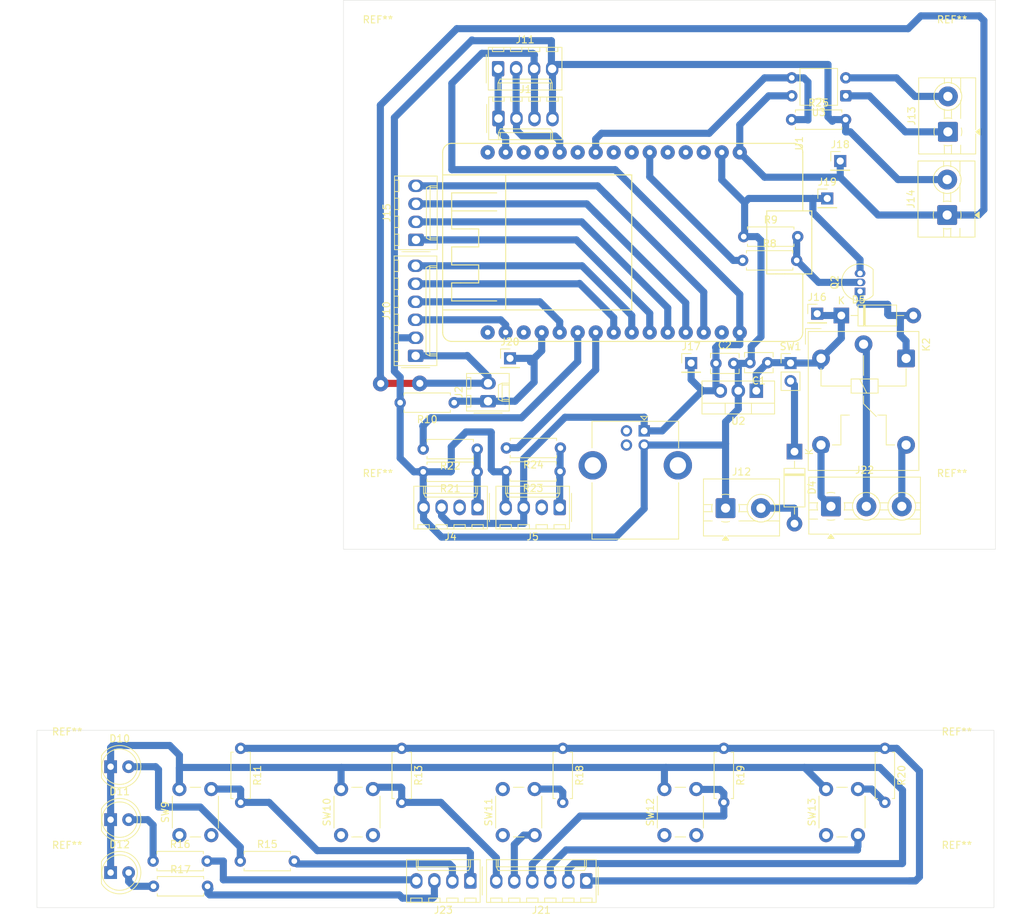
<source format=kicad_pcb>
(kicad_pcb (version 20241229) (generator "pcbnew") (generator_version "9.0")
  (layers (0 "F.Cu" signal) (2 "B.Cu" signal) (13 "F.Paste" user) (15 "B.Paste" user) (5 "F.SilkS" user "F.Silkscreen") (7 "B.SilkS" user "B.Silkscreen") (1 "F.Mask" user) (3 "B.Mask" user) (25 "Edge.Cuts" user))
  (net 0 "")
  (net 1 "GND")
  (net 2 "+12V")
  (net 3 "+5V")
  (net 4 "Net-(D4-A)")
  (net 5 "Net-(D4-K)")
  (net 6 "Net-(D5-A)")
  (net 7 "Net-(D10-A)")
  (net 8 "Net-(D11-A)")
  (net 9 "Net-(D12-A)")
  (net 10 "SDA")
  (net 11 "SCL")
  (net 12 "+3.3V")
  (net 13 "LDR")
  (net 14 "GAS1_OUTA")
  (net 16 "GAS2_OUTA")
  (net 17 "Net-(J4-Pin_1)")
  (net 22 "BOTON_4")
  (net 23 "LED_2")
  (net 24 "BOTON_2")
  (net 25 "LED_3")
  (net 26 "BOTON_1")
  (net 27 "BOTON_5")
  (net 28 "BOTON_3")
  (net 29 "LED_1")
  (net 30 "NC_1")
  (net 31 "NO_1")
  (net 32 "C_1")
  (net 33 "Net-(Q2-B)")
  (net 34 "RELE_1")
  (net 44 "Net-(J5-Pin_1)")
  (net 48 "Net-(J13-Pin_2)")
  (net 49 "Net-(J13-Pin_1)")
  (net 50 "OPTO")
  (footprint "Package_TO_SOT_THT:TO-220-3_Vertical" (layer "F.Cu") (at 138.3767 111.1504 180)
    (property "Reference" "U2")
    (property "Value" "LM7805_TO220")
  )
  (footprint "Resistor_THT:R_Axial_DIN0207_L6.3mm_D2.5mm_P7.62mm_Horizontal" (layer "F.Cu") (at 156.5148 161.5948 -90)
    (property "Reference" "R20")
    (property "Value" "10k")
  )
  (footprint "MountingHole:MountingHole_3.2mm_M3" (layer "F.Cu") (at 85 63)
    (property "Reference" "REF**")
    (property "Value" "MountingHole_3.2mm_M3")
  )
  (footprint "Connector_PinHeader_2.54mm:PinHeader_1x01_P2.54mm_Vertical" (layer "F.Cu") (at 129.1844 107.2388)
    (property "Reference" "J17")
    (property "Value" "5v")
  )
  (footprint "Connector_Molex:Molex_KK-254_AE-6410-06A_1x06_P2.54mm_Vertical" (layer "F.Cu") (at 114.4016 180.2892 180)
    (property "Reference" "J21")
    (property "Value" "Conn_01x06_Pin")
  )
  (footprint "Package_DIP:DIP-4_W7.62mm" (layer "F.Cu") (at 150.998 69.5502 180)
    (property "Reference" "U3")
    (property "Value" "PC817")
  )
  (footprint "LED_THT:LED_D5.0mm" (layer "F.Cu") (at 47.2948 179.1232)
    (property "Reference" "D12")
    (property "Value" "LED")
  )
  (footprint "Resistor_THT:R_Axial_DIN0207_L6.3mm_D2.5mm_P7.62mm_Horizontal" (layer "F.Cu") (at 65.6336 161.5948 -90)
    (property "Reference" "R11")
    (property "Value" "10k")
  )
  (footprint "Connector_Molex:Molex_KK-254_AE-6410-04A_1x04_P2.54mm_Vertical" (layer "F.Cu") (at 110.6424 127.6096 180)
    (property "Reference" "J5")
    (property "Value" "S_GAS2")
  )
  (footprint "Resistor_THT:R_Axial_DIN0207_L6.3mm_D2.5mm_P7.62mm_Horizontal" (layer "F.Cu") (at 99.0092 122.5804 180)
    (property "Reference" "R21")
    (property "Value" "18k")
  )
  (footprint "Resistor_THT:R_Axial_DIN0207_L6.3mm_D2.5mm_P7.62mm_Horizontal" (layer "F.Cu") (at 88.3539 161.5948 -90)
    (property "Reference" "R13")
    (property "Value" "10k")
  )
  (footprint "MountingHole:MountingHole_3.2mm_M3" (layer "F.Cu") (at 166.6708 179.4564)
    (property "Reference" "REF**")
    (property "Value" "MountingHole_3.2mm_M3")
  )
  (footprint "MountingHole:MountingHole_3.2mm_M3" (layer "F.Cu") (at 166 127)
    (property "Reference" "REF**")
    (property "Value" "MountingHole_3.2mm_M3")
  )
  (footprint "Connector_Molex:Molex_KK-254_AE-6410-04A_1x04_P2.54mm_Vertical" (layer "F.Cu") (at 90.3732 89.8652 90)
    (property "Reference" "J15")
    (property "Value" "Conn_01x04_Pin")
  )
  (footprint "MountingHole:MountingHole_3.2mm_M3" (layer "F.Cu") (at 85 127)
    (property "Reference" "REF**")
    (property "Value" "MountingHole_3.2mm_M3")
  )
  (footprint "Capacitor_THT:C_Disc_D3.8mm_W2.6mm_P2.50mm" (layer "F.Cu") (at 139.9823 107.188 180)
    (property "Reference" "C1")
    (property "Value" "0.33uF")
  )
  (footprint "Resistor_THT:R_Axial_DIN0207_L6.3mm_D2.5mm_P7.62mm_Horizontal" (layer "F.Cu") (at 65.5828 177.4952)
    (property "Reference" "R15")
    (property "Value" "120")
  )
  (footprint "LED_THT:LED_D5.0mm" (layer "F.Cu") (at 47.2948 164.1832)
    (property "Reference" "D10")
    (property "Value" "LED")
  )
  (footprint "Resistor_THT:R_Axial_DIN0207_L6.3mm_D2.5mm_P7.62mm_Horizontal" (layer "F.Cu") (at 95.758 112.8268 180)
    (property "Reference" "R10")
    (property "Value" "10k")
  )
  (footprint "DOIT_ESP32:DOIT_ESP32_Devkit_mirko" (layer "F.Cu") (at 144.9324 76.2508 -90)
    (property "Reference" "U1")
    (property "Value" "ESP32-Devkit-V1")
  )
  (footprint "Connector_PinHeader_2.54mm:PinHeader_1x02_P2.54mm_Vertical" (layer "F.Cu") (at 143.2052 107.2388)
    (property "Reference" "SW1")
    (property "Value" "SW_DPDT_x2")
  )
  (footprint "Resistor_THT:R_Axial_DIN0207_L6.3mm_D2.5mm_P7.62mm_Horizontal" (layer "F.Cu") (at 111.0742 161.5948 -90)
    (property "Reference" "R18")
    (property "Value" "10k")
  )
  (footprint "Connector_Molex:Molex_KK-254_AE-6410-04A_1x04_P2.54mm_Vertical" (layer "F.Cu") (at 101.9556 65.7352)
    (property "Reference" "J11")
    (property "Value" "PANTALLA")
  )
  (footprint "Capacitor_THT:C_Disc_D3.8mm_W2.6mm_P2.50mm" (layer "F.Cu") (at 132.6871 107.2896)
    (property "Reference" "C2")
    (property "Value" "0.1uF")
  )
  (footprint "Resistor_THT:R_Axial_DIN0207_L6.3mm_D2.5mm_P7.62mm_Horizontal" (layer "F.Cu") (at 53.2892 177.4952)
    (property "Reference" "R16")
    (property "Value" "120")
  )
  (footprint "Resistor_THT:R_Axial_DIN0207_L6.3mm_D2.5mm_P7.62mm_Horizontal" (layer "F.Cu") (at 110.6932 122.5296 180)
    (property "Reference" "R23")
    (property "Value" "18k")
  )
  (footprint "Resistor_THT:R_Axial_DIN0207_L6.3mm_D2.5mm_P7.62mm_Horizontal" (layer "F.Cu") (at 110.744 119.2276 180)
    (property "Reference" "R24")
    (property "Value" "10k" (hide yes))
  )
  (footprint "Button_Switch_THT:SW_PUSH_6mm" (layer "F.Cu") (at 102.6086 173.8364 90)
    (property "Reference" "SW11")
    (property "Value" "SW_Push")
  )
  (footprint "Connector_PinHeader_2.54mm:PinHeader_1x01_P2.54mm_Vertical" (layer "F.Cu") (at 148.3868 84.0232)
    (property "Reference" "J19")
    (property "Value" "GND")
  )
  (footprint "Connector_PinHeader_2.54mm:PinHeader_1x01_P2.54mm_Vertical" (layer "F.Cu") (at 103.632 106.5784)
    (property "Reference" "J20")
    (property "Value" "LDR")
  )
  (footprint "Package_TO_SOT_THT:TO-92_Inline" (layer "F.Cu") (at 153.0096 97.1296 90)
    (property "Reference" "Q2")
    (property "Value" "BC337")
  )
  (footprint "MountingHole:MountingHole_3.2mm_M3" (layer "F.Cu") (at 166.6708 163.4564)
    (property "Reference" "REF**")
    (property "Value" "MountingHole_3.2mm_M3")
  )
  (footprint "MountingHole:MountingHole_3.2mm_M3" (layer "F.Cu") (at 41.1708 163.4564)
    (property "Reference" "REF**")
    (property "Value" "MountingHole_3.2mm_M3")
  )
  (footprint "Button_Switch_THT:SW_PUSH_6mm" (layer "F.Cu") (at 125.4141 173.8364 90)
    (property "Reference" "SW12")
    (property "Value" "SW_Push")
  )
  (footprint "Connector_Molex:Molex_KK-254_AE-6410-04A_1x04_P2.54mm_Vertical" (layer "F.Cu") (at 102.0064 72.7456)
    (property "Reference" "J1")
    (property "Value" "S_TEMPERATURA")
  )
  (footprint "Relay_THT:Relay_SPDT_Hongfa_HF3F-L-xx-1ZL1T" (layer "F.Cu") (at 159.5068 106.5871 -90)
    (property "Reference" "K2")
    (property "Value" "Relay_SPDT")
  )
  (footprint "TerminalBlock:TerminalBlock_MaiXu_MX126-5.0-02P_1x02_P5.00mm" (layer "F.Cu") (at 165.4048 74.6252 90)
    (property "Reference" "J13")
    (property "Value" "OPTO")
  )
  (footprint "Resistor_THT:R_Axial_DIN0207_L6.3mm_D2.5mm_P7.62mm_Horizontal" (layer "F.Cu") (at 136.6012 89.408)
    (property "Reference" "R9")
    (property "Value" "47k")
  )
  (footprint "Diode_THT:D_DO-41_SOD81_P10.16mm_Horizontal" (layer "F.Cu") (at 150.368 100.5332)
    (property "Reference" "D5")
    (property "Value" "1N4007")
  )
  (footprint "Connector_Molex:Molex_KK-254_AE-6410-04A_1x04_P2.54mm_Vertical" (layer "F.Cu") (at 98.044 180.2892 180)
    (property "Reference" "J23")
    (property "Value" "Conn_01x04_Pin")
  )
  (footprint "Connector_PinHeader_2.54mm:PinHeader_1x01_P2.54mm_Vertical" (layer "F.Cu") (at 150.2156 78.74)
    (property "Reference" "J18")
    (property "Value" "3.3v")
  )
  (footprint "Button_Switch_THT:SW_PUSH_6mm" (layer "F.Cu") (at 79.8031 173.8364 90)
    (property "Reference" "SW10")
    (property "Value" "SW_Push")
  )
  (footprint "Button_Switch_THT:SW_PUSH_6mm" (layer "F.Cu") (at 56.9976 173.8364 90)
    (property "Reference" "SW9")
    (property "Value" "SW_Push")
  )
  (footprint "Resistor_THT:R_Axial_DIN0207_L6.3mm_D2.5mm_P7.62mm_Horizontal" (layer "F.Cu") (at 133.7945 161.5948 -90)
    (property "Reference" "R19")
    (property "Value" "10k")
  )
  (footprint "Button_Switch_THT:SW_PUSH_6mm" (layer "F.Cu") (at 148.2196 173.8364 90)
    (property "Reference" "SW13")
    (property "Value" "SW_Push")
  )
  (footprint "TerminalBlock:TerminalBlock_MaiXu_MX126-5.0-02P_1x02_P5.00mm" (layer "F.Cu") (at 165.3032 86.36 90)
    (property "Reference" "J14")
    (property "Value" "SALIDA_3.3v")
  )
  (footprint "Connector_PinHeader_2.54mm:PinHeader_1x01_P2.54mm_Vertical" (layer "F.Cu") (at 146.9644 100.2792)
    (property "Reference" "J16")
    (property "Value" "12v")
  )
  (footprint "MountingHole:MountingHole_3.2mm_M3" (layer "F.Cu") (at 41.1708 179.4564)
    (property "Reference" "REF**")
    (property "Value" "MountingHole_3.2mm_M3")
  )
  (footprint "Resistor_THT:R_Axial_DIN0207_L6.3mm_D2.5mm_P7.62mm_Horizontal" (layer "F.Cu") (at 99.0092 119.38 180)
    (property "Reference" "R22")
    (property "Value" "10k")
  )
  (footprint "TerminalBlock:TerminalBlock_MaiXu_MX126-5.0-02P_1x02_P5.00mm" (layer "F.Cu") (at 134.0396 127.7112)
    (property "Reference" "J12")
    (property "Value" "ENTRADA")
  )
  (footprint "Resistor_THT:R_Axial_DIN0207_L6.3mm_D2.5mm_P7.62mm_Horizontal" (layer "F.Cu") (at 136.4488 92.7608)
    (property "Reference" "R8")
    (property "Value" "1,2K")
  )
  (footprint "MountingHole:MountingHole_3.2mm_M3" (layer "F.Cu") (at 166 63)
    (property "Reference" "REF**")
    (property "Value" "MountingHole_3.2mm_M3")
  )
  (footprint "Resistor_THT:R_Axial_DIN0207_L6.3mm_D2.5mm_P7.62mm_Horizontal" (layer "F.Cu") (at 53.34 181.0512)
    (property "Reference" "R17")
    (property "Value" "120")
  )
  (footprint "Diode_THT:D_DO-41_SOD81_P10.16mm_Horizontal" (layer "F.Cu") (at 143.764 119.7356 -90)
    (property "Reference" "D4")
    (property "Value" "1N4007")
  )
  (footprint "LED_THT:LED_D5.0mm" (layer "F.Cu") (at 47.2948 171.6532)
    (property "Reference" "D11")
    (property "Value" "LED")
  )
  (footprint "Connector_Molex:Molex_KK-254_AE-6410-06A_1x06_P2.54mm_Vertical" (layer "F.Cu") (at 90.3224 106.2228 90)
    (property "Reference" "J10")
    (property "Value" "Conn_01x06_Pin")
  )
  (footprint "Resistor_THT:R_Axial_DIN0207_L6.3mm_D2.5mm_P7.62mm_Horizontal" (layer "F.Cu") (at 143.3526 72.903)
    (property "Reference" "R25")
    (property "Value" "10k")
  )
  (footprint "Connector_Molex:Molex_KK-254_AE-6410-04A_1x04_P2.54mm_Vertical" (layer "F.Cu") (at 99.06 127.6096 180)
    (property "Reference" "J4")
    (property "Value" "S_GAS1")
  )
  (footprint "Connector_Molex:Molex_KK-254_AE-6410-02A_1x02_P2.54mm_Vertical" (layer "F.Cu") (at 100.5332 112.6236 90)
    (property "Reference" "J2")
    (property "Value" "LDR")
  )
  (footprint "TerminalBlock:TerminalBlock_MaiXu_MX126-5.0-03P_1x03_P5.00mm" (layer "F.Cu") (at 148.9024 127.4572)
    (property "Reference" "J22")
    (property "Value" "SALIDA_RELE_1")
  )
  (footprint "Connector_USB:USB_B_Lumberg_2411_02_Horizontal" (layer "F.Cu") (at 122.5604 116.8089 -90)
    (property "Reference" "J6" (hide yes))
    (property "Value" "USB_B")
  )
  (gr_rect (start 36.9028 159.0536) (end 171.9028 184.0536) (stroke (width 0.05)) (fill no) (layer "Edge.Cuts"))
  (gr_rect (start 80.142 56.0528) (end 172.1156 133.4976) (stroke (width 0.05)) (fill no) (layer "Edge.Cuts"))
  (segment (start 125.6284 164.2872) (end 145.1704 164.2872) (width 1) (layer "B.Cu") (net 1))
  (segment (start 87.3252 103.6828) (end 87.3252 108.4072) (width 1) (layer "B.Cu") (net 1))
  (segment (start 47.2948 161.4932) (end 47.5996 161.1884) (width 1) (layer "B.Cu") (net 1))
  (segment (start 137.3124 84.0232) (end 136.7282 84.6074) (width 1) (layer "B.Cu") (net 1))
  (segment (start 47.2948 179.1232) (end 47.2948 164.1832) (width 1) (layer "B.Cu") (net 1))
  (segment (start 139.0396 89.9668) (end 139.0396 103.5304) (width 1) (layer "B.Cu") (net 1))
  (segment (start 103.0224 127.6096) (end 103.0224 122.5804) (width 1) (layer "B.Cu") (net 1))
  (segment (start 91.3892 122.5804) (end 91.3892 127.5588) (width 1) (layer "B.Cu") (net 1))
  (segment (start 136.6012 89.408) (end 138.4808 89.408) (width 1) (layer "B.Cu") (net 1))
  (segment (start 56.9976 167.3364) (end 56.9976 164.338) (width 1) (layer "B.Cu") (net 1))
  (segment (start 133.5024 102.9208) (end 133.7056 102.7176) (width 1) (layer "B.Cu") (net 1))
  (segment (start 91.3892 122.5804) (end 90.7088 122.5804) (width 1) (layer "B.Cu") (net 1))
  (segment (start 79.8031 164.3417) (end 79.8576 164.2872) (width 1) (layer "B.Cu") (net 1))
  (segment (start 135.8367 107.9392) (end 135.1871 107.2896) (width 1) (layer "B.Cu") (net 1))
  (segment (start 159.004 167.4876) (end 159.004 177.8) (width 1) (layer "B.Cu") (net 1))
  (segment (start 133.8487 118.8089) (end 134.0396 118.618) (width 1) (layer "B.Cu") (net 1))
  (segment (start 158.9532 177.8508) (end 112.6236 177.8508) (width 1) (layer "B.Cu") (net 1))
  (segment (start 135.8367 113.7412) (end 135.8367 111.1504) (width 1) (layer "B.Cu") (net 1))
  (segment (start 95.3516 119.0444) (end 97.4344 116.9616) (width 1) (layer "B.Cu") (net 1))
  (segment (start 79.8576 164.2872) (end 125.6284 164.2872) (width 1) (layer "B.Cu") (net 1))
  (segment (start 155.8036 164.2872) (end 159.004 167.4876) (width 1) (layer "B.Cu") (net 1))
  (segment (start 135.1871 107.2896) (end 137.3807 107.2896) (width 1) (layer "B.Cu") (net 1))
  (segment (start 133.5024 81.3816) (end 136.7282 84.6074) (width 1) (layer "B.Cu") (net 1))
  (segment (start 79.8031 167.3364) (end 79.8031 164.3417) (width 1) (layer "B.Cu") (net 1))
  (segment (start 112.6236 177.8508) (end 111.8616 178.6128) (width 1) (layer "B.Cu") (net 1))
  (segment (start 150.9726 74.595601) (end 151.003 74.626001) (width 1) (layer "B.Cu") (net 1))
  (segment (start 145.1704 164.2872) (end 148.2196 167.3364) (width 1) (layer "B.Cu") (net 1))
  (segment (start 151.638801 74.626001) (end 158.3728 81.36) (width 1) (layer "B.Cu") (net 1))
  (segment (start 151.003 74.626001) (end 151.638801 74.626001) (width 1) (layer "B.Cu") (net 1))
  (segment (start 145.1704 164.2872) (end 155.8036 164.2872) (width 1) (layer "B.Cu") (net 1))
  (segment (start 91.3892 122.5804) (end 95.27 122.5804) (width 1) (layer "B.Cu") (net 1))
  (segment (start 137.668 104.902) (end 137.668 107.0023) (width 1) (layer "B.Cu") (net 1))
  (segment (start 153.0096 93.3704) (end 153.0096 92.6592) (width 1) (layer "B.Cu") (net 1))
  (segment (start 135.8367 113.7412) (end 134.0396 115.5383) (width 1) (layer "B.Cu") (net 1))
  (segment (start 55.626 161.1884) (end 56.9976 162.56) (width 1) (layer "B.Cu") (net 1))
  (segment (start 148.4884 65.1256) (end 110.1852 65.1256) (width 1) (layer "B.Cu") (net 1))
  (segment (start 100.9904 117.0124) (end 100.9904 122.2448) (width 1) (layer "B.Cu") (net 1))
  (segment (start 134.0396 115.5383) (end 134.0396 118.618) (width 1) (layer "B.Cu") (net 1))
  (segment (start 149.3216 72.903) (end 149.098 73.1266) (width 1) (layer "B.Cu") (net 1))
  (segment (start 100.9904 122.2448) (end 101.326 122.5804) (width 1) (layer "B.Cu") (net 1))
  (segment (start 98.3742 61.7728) (end 98.2726 61.6712) (width 1) (layer "B.Cu") (net 1))
  (segment (start 159.004 177.8) (end 158.9532 177.8508) (width 1) (layer "B.Cu") (net 1))
  (segment (start 109.6264 72.7456) (end 109.6264 65.786) (width 1) (layer "B.Cu") (net 1))
  (segment (start 109.474 65.6336) (end 109.474 61.7728) (width 1) (layer "B.Cu") (net 1))
  (segment (start 136.7282 84.6074) (end 136.7282 89.281) (width 1) (layer "B.Cu") (net 1))
  (segment (start 93.9806 131.7952) (end 118.5472 131.7952) (width 1) (layer "B.Cu") (net 1))
  (segment (start 158.3728 81.36) (end 165.3032 81.36) (width 1) (layer "B.Cu") (net 1))
  (segment (start 146.3548 84.0232) (end 137.3124 84.0232) (width 1) (layer "B.Cu") (net 1))
  (segment (start 95.27 122.5804) (end 95.3516 122.4988) (width 1) (layer "B.Cu") (net 1))
  (segment (start 98.2726 61.6712) (end 87.3252 72.6186) (width 1) (layer "B.Cu") (net 1))
  (segment (start 118.5472 131.7952) (end 122.5604 127.782) (width 1) (layer "B.Cu") (net 1))
  (segment (start 139.0396 103.5304) (end 137.668 104.902) (width 1) (layer "B.Cu") (net 1))
  (segment (start 137.3807 107.2896) (end 137.4823 107.188) (width 1) (layer "B.Cu") (net 1))
  (segment (start 150.9726 72.903) (end 150.9726 74.595601) (width 1) (layer "B.Cu") (net 1))
  (segment (start 100.9396 116.9616) (end 100.9904 117.0124) (width 1) (layer "B.Cu") (net 1))
  (segment (start 122.5604 127.782) (end 122.5604 118.8089) (width 1) (layer "B.Cu") (net 1))
  (segment (start 91.44 129.2546) (end 93.9806 131.7952) (width 1) (layer "B.Cu") (net 1))
  (segment (start 88.138 109.22) (end 88.138 112.8268) (width 1) (layer "B.Cu") (net 1))
  (segment (start 97.4344 116.9616) (end 100.9396 116.9616) (width 1) (layer "B.Cu") (net 1))
  (segment (start 47.5996 161.1884) (end 55.626 161.1884) (width 1) (layer "B.Cu") (net 1))
  (segment (start 136.7282 89.281) (end 136.6012 89.408) (width 1) (layer "B.Cu") (net 1))
  (segment (start 109.474 61.7728) (end 98.3742 61.7728) (width 1) (layer "B.Cu") (net 1))
  (segment (start 56.9976 164.338) (end 57.0484 164.2872) (width 1) (layer "B.Cu") (net 1))
  (segment (start 150.9726 72.903) (end 149.3216 72.903) (width 1) (layer "B.Cu") (net 1))
  (segment (start 125.4141 164.5015) (end 125.6284 164.2872) (width 1) (layer "B.Cu") (net 1))
  (segment (start 122.5604 118.8089) (end 133.8487 118.8089) (width 1) (layer "B.Cu") (net 1))
  (segment (start 87.3252 108.4072) (end 88.138 109.22) (width 1) (layer "B.Cu") (net 1))
  (segment (start 90.3224 103.6828) (end 87.3252 103.6828) (width 1) (layer "B.Cu") (net 1))
  (segment (start 110.1852 65.1256) (end 109.5756 65.7352) (width 1) (layer "B.Cu") (net 1))
  (segment (start 153.0096 92.6592) (end 146.3548 86.0044) (width 1) (layer "B.Cu") (net 1))
  (segment (start 88.138 120.65) (end 88.5571 121.0691) (width 1) (layer "B.Cu") (net 1))
  (segment (start 149.098 73.1266) (end 148.4884 72.517) (width 1) (layer "B.Cu") (net 1))
  (segment (start 109.5756 65.7352) (end 109.474 65.6336) (width 1) (layer "B.Cu") (net 1))
  (segment (start 91.44 127.6096) (end 91.44 129.2546) (width 1) (layer "B.Cu") (net 1))
  (segment (start 133.5024 77.5208) (end 133.5024 81.3816) (width 1) (layer "B.Cu") (net 1))
  (segment (start 95.3516 122.4988) (end 95.3516 119.0444) (width 1) (layer "B.Cu") (net 1))
  (segment (start 148.4884 72.517) (end 148.4884 65.1256) (width 1) (layer "B.Cu") (net 1))
  (segment (start 137.668 107.0023) (end 137.4823 107.188) (width 1) (layer "B.Cu") (net 1))
  (segment (start 56.9976 162.56) (end 56.9976 167.3364) (width 1) (layer "B.Cu") (net 1))
  (segment (start 146.3548 86.0044) (end 146.3548 84.0232) (width 1) (layer "B.Cu") (net 1))
  (segment (start 87.3252 72.6186) (end 87.3252 103.6828) (width 1) (layer "B.Cu") (net 1))
  (segment (start 90.0684 122.5804) (end 91.3892 122.5804) (width 1) (layer "B.Cu") (net 1))
  (segment (start 134.0396 118.618) (end 134.0396 127.7112) (width 1) (layer "B.Cu") (net 1))
  (segment (start 109.6264 65.786) (end 109.5756 65.7352) (width 1) (layer "B.Cu") (net 1))
  (segment (start 103.0224 122.5804) (end 103.0732 122.5296) (width 1) (layer "B.Cu") (net 1))
  (segment (start 153.0096 94.5896) (end 153.0096 93.3704) (width 1) (layer "B.Cu") (net 1))
  (segment (start 125.4141 167.3364) (end 125.4141 164.5015) (width 1) (layer "B.Cu") (net 1))
  (segment (start 47.2948 164.1832) (end 47.2948 161.4932) (width 1) (layer "B.Cu") (net 1))
  (segment (start 138.4808 89.408) (end 139.0396 89.9668) (width 1) (layer "B.Cu") (net 1))
  (segment (start 135.8367 111.1504) (end 135.8367 107.9392) (width 1) (layer "B.Cu") (net 1))
  (segment (start 101.326 122.5804) (end 103.0224 122.5804) (width 1) (layer "B.Cu") (net 1))
  (segment (start 148.3868 84.0232) (end 146.3548 84.0232) (width 1) (layer "B.Cu") (net 1))
  (segment (start 111.8616 178.6128) (end 111.8616 180.2892) (width 1) (layer "B.Cu") (net 1))
  (segment (start 91.3892 127.5588) (end 91.44 127.6096) (width 1) (layer "B.Cu") (net 1))
  (segment (start 88.138 112.8268) (end 88.138 120.65) (width 1) (layer "B.Cu") (net 1))
  (segment (start 57.0484 164.2872) (end 79.8576 164.2872) (width 1) (layer "B.Cu") (net 1))
  (segment (start 88.5571 121.0691) (end 90.0684 122.5804) (width 1) (layer "B.Cu") (net 1))
  (segment (start 146.8551 107.2388) (end 147.5068 106.5871) (width 1) (layer "B.Cu") (net 2))
  (segment (start 138.3767 111.1504) (end 138.3767 108.7936) (width 1) (layer "B.Cu") (net 2))
  (segment (start 147.5068 107.6924) (end 147.5068 106.5871) (width 1) (layer "B.Cu") (net 2))
  (segment (start 150.368 100.5332) (end 147.2184 100.5332) (width 1) (layer "B.Cu") (net 2))
  (segment (start 138.3767 108.7936) (end 139.9823 107.188) (width 1) (layer "B.Cu") (net 2))
  (segment (start 150.368 103.7259) (end 147.5068 106.5871) (width 1) (layer "B.Cu") (net 2))
  (segment (start 143.1544 107.188) (end 143.2052 107.2388) (width 1) (layer "B.Cu") (net 2))
  (segment (start 143.2052 107.2388) (end 146.8551 107.2388) (width 1) (layer "B.Cu") (net 2))
  (segment (start 139.9823 107.188) (end 143.1544 107.188) (width 1) (layer "B.Cu") (net 2))
  (segment (start 147.2184 100.5332) (end 146.9644 100.2792) (width 1) (layer "B.Cu") (net 2))
  (segment (start 150.368 100.5332) (end 150.368 103.7259) (width 1) (layer "B.Cu") (net 2))
  (segment (start 107.0864 63.7794) (end 106.8578 63.5508) (width 1) (layer "B.Cu") (net 3))
  (segment (start 118.4656 79.9592) (end 136.0424 97.536) (width 1) (layer "B.Cu") (net 3))
  (segment (start 107.0864 65.786) (end 107.0356 65.7352) (width 1) (layer "B.Cu") (net 3))
  (segment (start 132.6871 105.1027) (end 132.6871 107.2896) (width 1) (layer "B.Cu") (net 3))
  (segment (start 122.5604 114.8896) (end 122.4896 114.9604) (width 1) (layer "B.Cu") (net 3))
  (segment (start 136.0424 97.536) (end 136.0424 102.9208) (width 1) (layer "B.Cu") (net 3))
  (segment (start 130.7592 111.1504) (end 129.1844 109.5756) (width 1) (layer "B.Cu") (net 3))
  (segment (start 132.6871 110.5408) (end 133.2967 111.1504) (width 1) (layer "B.Cu") (net 3))
  (segment (start 95.4278 79.9592) (end 118.4656 79.9592) (width 1) (layer "B.Cu") (net 3))
  (segment (start 107.0356 65.7352) (end 107.0356 63.8302) (width 1) (layer "B.Cu") (net 3))
  (segment (start 107.0356 63.8302) (end 107.0864 63.7794) (width 1) (layer "B.Cu") (net 3))
  (segment (start 99.6696 63.5508) (end 95.4278 67.7926) (width 1) (layer "B.Cu") (net 3))
  (segment (start 105.5624 129.8648) (end 105.5624 127.6096) (width 1) (layer "B.Cu") (net 3))
  (segment (start 125.1007 116.8089) (end 122.5604 116.8089) (width 1) (layer "B.Cu") (net 3))
  (segment (start 133.2967 111.1504) (end 130.7592 111.1504) (width 1) (layer "B.Cu") (net 3))
  (segment (start 105.5624 127.6096) (end 105.5624 120.7208) (width 1) (layer "B.Cu") (net 3))
  (segment (start 130.7592 111.1504) (end 125.1007 116.8089) (width 1) (layer "B.Cu") (net 3))
  (segment (start 133.0452 104.648) (end 132.6388 105.0544) (width 1) (layer "B.Cu") (net 3))
  (segment (start 95.4278 67.7926) (end 95.4278 79.9592) (width 1) (layer "B.Cu") (net 3))
  (segment (start 122.5604 116.8089) (end 122.5604 114.8896) (width 1) (layer "B.Cu") (net 3))
  (segment (start 136.0424 102.9208) (end 136.0932 102.9716) (width 1) (layer "B.Cu") (net 3))
  (segment (start 107.0864 72.7456) (end 107.0864 65.786) (width 1) (layer "B.Cu") (net 3))
  (segment (start 129.1844 109.5756) (end 129.1844 107.2388) (width 1) (layer "B.Cu") (net 3))
  (segment (start 93.98 128.798) (end 95.0468 129.8648) (width 1) (layer "B.Cu") (net 3))
  (segment (start 93.98 127.6096) (end 93.98 128.798) (width 1) (layer "B.Cu") (net 3))
  (segment (start 132.6871 107.2896) (end 132.6871 110.5408) (width 1) (layer "B.Cu") (net 3))
  (segment (start 106.8578 63.5508) (end 99.6696 63.5508) (width 1) (layer "B.Cu") (net 3))
  (segment (start 136.0424 104.648) (end 133.0452 104.648) (width 1) (layer "B.Cu") (net 3))
  (segment (start 105.5624 120.7208) (end 111.3936 114.8896) (width 1) (layer "B.Cu") (net 3))
  (segment (start 132.6388 105.0544) (end 132.6871 105.1027) (width 1) (layer "B.Cu") (net 3))
  (segment (start 111.3936 114.8896) (end 122.5604 114.8896) (width 1) (layer "B.Cu") (net 3))
  (segment (start 95.0468 129.8648) (end 105.5624 129.8648) (width 1) (layer "B.Cu") (net 3))
  (segment (start 136.0424 102.9208) (end 136.0424 104.648) (width 1) (layer "B.Cu") (net 3))
  (segment (start 139.0396 127.7112) (end 143.7132 127.7112) (width 1) (layer "B.Cu") (net 4))
  (segment (start 143.7132 127.7112) (end 143.764 127.762) (width 1) (layer "B.Cu") (net 4))
  (segment (start 143.764 127.762) (end 143.764 129.8956) (width 1) (layer "B.Cu") (net 4))
  (segment (start 143.764 110.3376) (end 143.2052 109.7788) (width 1) (layer "B.Cu") (net 5))
  (segment (start 143.764 119.7356) (end 143.764 110.3376) (width 1) (layer "B.Cu") (net 5))
  (segment (start 158.5976 100.5332) (end 160.528 100.5332) (width 1) (layer "B.Cu") (net 6))
  (segment (start 158.5976 100.5332) (end 158.5976 100.9904) (width 1) (layer "B.Cu") (net 6))
  (segment (start 156.9108 100.3704) (end 157.0736 100.5332) (width 1) (layer "B.Cu") (net 6))
  (segment (start 158.6992 101.092) (end 158.6992 103.3272) (width 1) (layer "B.Cu") (net 6))
  (segment (start 159.5068 104.1348) (end 159.5068 106.5871) (width 1) (layer "B.Cu") (net 6))
  (segment (start 157.0736 100.5332) (end 158.5976 100.5332) (width 1) (layer "B.Cu") (net 6))
  (segment (start 158.6992 103.3272) (end 159.5068 104.1348) (width 1) (layer "B.Cu") (net 6))
  (segment (start 153.0096 98.9584) (end 156.9108 98.9584) (width 1) (layer "B.Cu") (net 6))
  (segment (start 158.5976 100.9904) (end 158.6992 101.092) (width 1) (layer "B.Cu") (net 6))
  (segment (start 153.0096 97.1296) (end 153.0096 98.9584) (width 1) (layer "B.Cu") (net 6))
  (segment (start 156.9108 98.9584) (end 156.9108 100.3704) (width 1) (layer "B.Cu") (net 6))
  (segment (start 160.0759 106.018) (end 159.5068 106.5871) (width 1) (layer "B.Cu") (net 6))
  (segment (start 65.5828 175.516022) (end 59.941978 169.8752) (width 1) (layer "B.Cu") (net 7))
  (segment (start 59.941978 169.8752) (end 54.0512 169.8752) (width 1) (layer "B.Cu") (net 7))
  (segment (start 54.0512 169.8752) (end 54.0512 164.5908) (width 1) (layer "B.Cu") (net 7))
  (segment (start 54.0512 164.5908) (end 53.6436 164.1832) (width 1) (layer "B.Cu") (net 7))
  (segment (start 53.6436 164.1832) (end 49.8348 164.1832) (width 1) (layer "B.Cu") (net 7))
  (segment (start 65.5828 177.4952) (end 65.5828 175.516022) (width 1) (layer "B.Cu") (net 7))
  (segment (start 53.2892 177.4952) (end 53.2892 172.4152) (width 1) (layer "B.Cu") (net 8))
  (segment (start 52.5272 171.6532) (end 49.8348 171.6532) (width 1) (layer "B.Cu") (net 8))
  (segment (start 53.2892 172.4152) (end 52.5272 171.6532) (width 1) (layer "B.Cu") (net 8))
  (segment (start 49.8348 180.3908) (end 49.8348 179.1232) (width 1) (layer "B.Cu") (net 9))
  (segment (start 53.34 181.0512) (end 50.4952 181.0512) (width 1) (layer "B.Cu") (net 9))
  (segment (start 50.4952 181.0512) (end 49.8348 180.3908) (width 1) (layer "B.Cu") (net 9))
  (segment (start 110.6424 75.8952) (end 110.6424 77.5208) (width 1) (layer "B.Cu") (net 10))
  (segment (start 104.4956 65.7352) (end 104.4956 72.6948) (width 1) (layer "B.Cu") (net 10))
  (segment (start 104.4956 72.6948) (end 104.5464 72.7456) (width 1) (layer "B.Cu") (net 10))
  (segment (start 104.5464 74.3966) (end 105.3846 75.2348) (width 1) (layer "B.Cu") (net 10))
  (segment (start 105.3846 75.2348) (end 109.982 75.2348) (width 1) (layer "B.Cu") (net 10))
  (segment (start 104.5464 72.7456) (end 104.5464 74.3966) (width 1) (layer "B.Cu") (net 10))
  (segment (start 109.982 75.2348) (end 110.6424 75.8952) (width 1) (layer "B.Cu") (net 10))
  (segment (start 103.0224 77.5208) (end 103.0224 75.438) (width 1) (layer "B.Cu") (net 11))
  (segment (start 101.9556 65.7352) (end 101.9556 72.6948) (width 1) (layer "B.Cu") (net 11))
  (segment (start 101.9556 72.6948) (end 102.0064 72.7456) (width 1) (layer "B.Cu") (net 11))
  (segment (start 102.1588 74.5744) (end 102.1588 72.898) (width 1) (layer "B.Cu") (net 11))
  (segment (start 102.1588 72.898) (end 102.0064 72.7456) (width 1) (layer "B.Cu") (net 11))
  (segment (start 103.0224 75.438) (end 102.1588 74.5744) (width 1) (layer "B.Cu") (net 11))
  (segment (start 101.9556 65.7352) (end 102.1588 65.532) (width 1) (layer "B.Cu") (net 11))
  (segment (start 86.4108 110.109) (end 90.9066 110.109) (width 1) (layer "F.Cu") (net 12))
  (segment (start 85.3948 110.1344) (end 86.3854 110.1344) (width 1) (layer "F.Cu") (net 12))
  (segment (start 86.3854 110.1344) (end 86.4108 110.109) (width 1) (layer "F.Cu") (net 12))
  (via (at 85.3948 110.1344) (size 2.2) (drill 1) (layers "F.Cu" "B.Cu") (net 12))
  (via (at 90.9066 110.109) (size 2.2) (drill 1) (layers "F.Cu" "B.Cu") (net 12))
  (segment (start 156.5148 161.5948) (end 65.6336 161.5948) (width 1) (layer "B.Cu") (net 12))
  (segment (start 136.0424 73.6346) (end 140.1268 69.5502) (width 1) (layer "B.Cu") (net 12))
  (segment (start 100.5332 109.1184) (end 97.5868 106.172) (width 1) (layer "B.Cu") (net 12))
  (segment (start 169.8244 58.2676) (end 161.5948 58.2676) (width 1) (layer "B.Cu") (net 12))
  (segment (start 161.3916 164.7952) (end 158.1912 161.5948) (width 1) (layer "B.Cu") (net 12))
  (segment (start 159.7914 60.071) (end 96.139 60.071) (width 1) (layer "B.Cu") (net 12))
  (segment (start 85.3948 109.1946) (end 85.3948 110.1344) (width 1) (layer "B.Cu") (net 12))
  (segment (start 85.344 109.1438) (end 85.3948 109.1946) (width 1) (layer "B.Cu") (net 12))
  (segment (start 158.1912 161.5948) (end 156.5148 161.5948) (width 1) (layer "B.Cu") (net 12))
  (segment (start 97.5868 106.172) (end 97.536 106.2228) (width 1) (layer "B.Cu") (net 12))
  (segment (start 150.2156 78.74) (end 150.2156 81.026) (width 1) (layer "B.Cu") (net 12))
  (segment (start 170.4848 58.928) (end 169.8244 58.2676) (width 1) (layer "B.Cu") (net 12))
  (segment (start 165.3032 86.36) (end 169.7228 86.36) (width 1) (layer "B.Cu") (net 12))
  (segment (start 161.5948 58.2676) (end 159.7914 60.071) (width 1) (layer "B.Cu") (net 12))
  (segment (start 97.536 106.2228) (end 90.3224 106.2228) (width 1) (layer "B.Cu") (net 12))
  (segment (start 169.7228 86.36) (end 170.4848 85.598) (width 1) (layer "B.Cu") (net 12))
  (segment (start 155.5496 86.36) (end 150.2156 81.026) (width 1) (layer "B.Cu") (net 12))
  (segment (start 100.5332 110.0836) (end 90.932 110.0836) (width 1) (layer "B.Cu") (net 12))
  (segment (start 140.1268 69.5502) (end 143.378 69.5502) (width 1) (layer "B.Cu") (net 12))
  (segment (start 100.5332 110.0836) (end 100.5332 109.1184) (width 1) (layer "B.Cu") (net 12))
  (segment (start 170.4848 85.598) (end 170.4848 58.928) (width 1) (layer "B.Cu") (net 12))
  (segment (start 160.8328 180.2892) (end 161.3916 179.7304) (width 1) (layer "B.Cu") (net 12))
  (segment (start 139.5476 81.026) (end 150.2156 81.026) (width 1) (layer "B.Cu") (net 12))
  (segment (start 136.0424 77.5208) (end 136.0424 73.6346) (width 1) (layer "B.Cu") (net 12))
  (segment (start 136.0424 77.5208) (end 139.5476 81.026) (width 1) (layer "B.Cu") (net 12))
  (segment (start 165.3032 86.36) (end 155.5496 86.36) (width 1) (layer "B.Cu") (net 12))
  (segment (start 85.344 70.866) (end 85.344 109.1438) (width 1) (layer "B.Cu") (net 12))
  (segment (start 114.4016 180.2892) (end 160.528 180.2892) (width 1) (layer "B.Cu") (net 12))
  (segment (start 96.139 60.071) (end 85.344 70.866) (width 1) (layer "B.Cu") (net 12))
  (segment (start 160.528 180.2892) (end 160.8328 180.2892) (width 1) (layer "B.Cu") (net 12))
  (segment (start 160.528 180.2892) (end 159.9692 180.2892) (width 1) (layer "B.Cu") (net 12))
  (segment (start 161.3916 179.7304) (end 161.3916 164.7952) (width 1) (layer "B.Cu") (net 12))
  (segment (start 90.932 110.0836) (end 90.9066 110.109) (width 1) (layer "B.Cu") (net 12))
  (segment (start 107.0356 106.5784) (end 103.632 106.5784) (width 1) (layer "B.Cu") (net 13))
  (segment (start 107.0356 109.9312) (end 107.0356 106.5784) (width 1) (layer "B.Cu") (net 13))
  (segment (start 102.9716 112.6236) (end 103.0732 112.522) (width 1) (layer "B.Cu") (net 13))
  (segment (start 95.9612 112.6236) (end 95.758 112.8268) (width 1) (layer "B.Cu") (net 13))
  (segment (start 100.5332 112.6236) (end 95.9612 112.6236) (width 1) (layer "B.Cu") (net 13))
  (segment (start 108.1024 102.9208) (end 108.1024 105.5116) (width 1) (layer "B.Cu") (net 13))
  (segment (start 108.1024 105.5116) (end 107.315 106.299) (width 1) (layer "B.Cu") (net 13))
  (segment (start 104.3432 112.6236) (end 107.0356 109.9312) (width 1) (layer "B.Cu") (net 13))
  (segment (start 100.5332 112.6236) (end 102.9716 112.6236) (width 1) (layer "B.Cu") (net 13))
  (segment (start 106.5276 107.0864) (end 107.315 106.299) (width 1) (layer "B.Cu") (net 13))
  (segment (start 107.315 106.299) (end 107.0356 106.5784) (width 1) (layer "B.Cu") (net 13))
  (segment (start 102.9716 112.6236) (end 104.3432 112.6236) (width 1) (layer "B.Cu") (net 13))
  (segment (start 91.3384 116.1288) (end 91.3384 116.1796) (width 1) (layer "B.Cu") (net 14))
  (segment (start 113.1824 107.0356) (end 105.2576 114.9604) (width 1) (layer "B.Cu") (net 14))
  (segment (start 113.1824 102.9208) (end 113.1824 107.0356) (width 1) (layer "B.Cu") (net 14))
  (segment (start 91.3384 116.1796) (end 91.3892 116.2304) (width 1) (layer "B.Cu") (net 14))
  (segment (start 92.5068 114.9604) (end 91.3384 116.1288) (width 1) (layer "B.Cu") (net 14))
  (segment (start 105.2576 114.9604) (end 92.5068 114.9604) (width 1) (layer "B.Cu") (net 14))
  (segment (start 91.3892 116.2304) (end 91.3892 119.38) (width 1) (layer "B.Cu") (net 14))
  (segment (start 104.7496 119.1768) (end 103.0732 119.1768) (width 1) (layer "B.Cu") (net 16))
  (segment (start 115.7224 108.204) (end 104.7496 119.1768) (width 1) (layer "B.Cu") (net 16))
  (segment (start 103.0732 119.1768) (end 103.124 119.2276) (width 1) (layer "B.Cu") (net 16))
  (segment (start 115.7224 102.9208) (end 115.7224 108.204) (width 1) (layer "B.Cu") (net 16))
  (segment (start 99.0092 122.5804) (end 99.0092 127.5588) (width 1) (layer "B.Cu") (net 17))
  (segment (start 99.0092 119.38) (end 99.0092 122.5804) (width 1) (layer "B.Cu") (net 17))
  (segment (start 99.0092 127.5588) (end 99.06 127.6096) (width 1) (layer "B.Cu") (net 17))
  (segment (start 90.3224 98.6028) (end 107.8484 98.6028) (width 1) (layer "B.Cu") (net 22))
  (segment (start 106.7816 177.9016) (end 106.7816 180.2892) (width 1) (layer "B.Cu") (net 22))
  (segment (start 133.2484 167.386) (end 129.9637 167.386) (width 1) (layer "B.Cu") (net 22))
  (segment (start 133.7945 171.1452) (end 113.538 171.1452) (width 1) (layer "B.Cu") (net 22))
  (segment (start 133.7945 167.9321) (end 133.2484 167.386) (width 1) (layer "B.Cu") (net 22))
  (segment (start 110.6424 101.3968) (end 110.6424 102.9208) (width 1) (layer "B.Cu") (net 22))
  (segment (start 129.9637 167.386) (end 129.9141 167.3364) (width 1) (layer "B.Cu") (net 22))
  (segment (start 133.7945 169.2148) (end 133.7945 171.1452) (width 1) (layer "B.Cu") (net 22))
  (segment (start 107.8484 98.6028) (end 110.6424 101.3968) (width 1) (layer "B.Cu") (net 22))
  (segment (start 133.7945 169.2148) (end 133.7945 167.9321) (width 1) (layer "B.Cu") (net 22))
  (segment (start 113.538 171.1452) (end 106.7816 177.9016) (width 1) (layer "B.Cu") (net 22))
  (segment (start 92.71 182.7276) (end 88.4734 182.7276) (width 1) (layer "B.Cu") (net 23))
  (segment (start 61.2648 182.2704) (end 61.0108 182.0164) (width 1) (layer "B.Cu") (net 23))
  (segment (start 90.3732 84.7852) (end 114.4524 84.7852) (width 1) (layer "B.Cu") (net 23))
  (segment (start 114.4524 84.7852) (end 117.2718 87.6046) (width 1) (layer "B.Cu") (net 23))
  (segment (start 115.6716 86.0044) (end 117.2718 87.6046) (width 1) (layer "B.Cu") (net 23))
  (segment (start 61.3156 181.4068) (end 60.96 181.0512) (width 1) (layer "B.Cu") (net 23))
  (segment (start 92.964 180.2892) (end 92.964 182.4736) (width 1) (layer "B.Cu") (net 23))
  (segment (start 128.4224 98.7552) (end 128.4224 102.9208) (width 1) (layer "B.Cu") (net 23))
  (segment (start 61.0108 181.102) (end 60.96 181.0512) (width 1) (layer "B.Cu") (net 23))
  (segment (start 61.0108 182.0164) (end 61.0108 181.102) (width 1) (layer "B.Cu") (net 23))
  (segment (start 92.964 182.4736) (end 92.71 182.7276) (width 1) (layer "B.Cu") (net 23))
  (segment (start 115.5192 85.852) (end 115.6716 86.0044) (width 1) (layer "B.Cu") (net 23))
  (segment (start 117.2718 87.6046) (end 128.4224 98.7552) (width 1) (layer "B.Cu") (net 23))
  (segment (start 88.0162 182.2704) (end 61.2648 182.2704) (width 1) (layer "B.Cu") (net 23))
  (segment (start 88.4734 182.7276) (end 88.0162 182.2704) (width 1) (layer "B.Cu") (net 23))
  (segment (start 88.3539 167.1955) (end 88.2396 167.0812) (width 1) (layer "B.Cu") (net 24))
  (segment (start 84.5583 167.0812) (end 84.3031 167.3364) (width 1) (layer "B.Cu") (net 24))
  (segment (start 88.2396 167.0812) (end 84.5583 167.0812) (width 1) (layer "B.Cu") (net 24))
  (segment (start 93.8784 169.2148) (end 101.7016 177.038) (width 1) (layer "B.Cu") (net 24))
  (segment (start 90.3224 93.5228) (end 113.792 93.5228) (width 1) (layer "B.Cu") (net 24))
  (segment (start 101.7016 177.038) (end 101.7016 180.2892) (width 1) (layer "B.Cu") (net 24))
  (segment (start 113.792 93.5228) (end 120.8024 100.5332) (width 1) (layer "B.Cu") (net 24))
  (segment (start 120.8024 100.5332) (end 120.8024 102.9208) (width 1) (layer "B.Cu") (net 24))
  (segment (start 88.3539 169.2148) (end 93.8784 169.2148) (width 1) (layer "B.Cu") (net 24))
  (segment (start 88.3539 169.2148) (end 88.3539 167.1955) (width 1) (layer "B.Cu") (net 24))
  (segment (start 73.2028 177.4952) (end 73.3044 177.5968) (width 1) (layer "B.Cu") (net 25))
  (segment (start 73.6092 177.9016) (end 95.0976 177.9016) (width 1) (layer "B.Cu") (net 25))
  (segment (start 90.3732 87.3252) (end 113.7412 87.3252) (width 1) (layer "B.Cu") (net 25))
  (segment (start 113.7412 87.3252) (end 125.8824 99.4664) (width 1) (layer "B.Cu") (net 25))
  (segment (start 95.504 178.308) (end 95.504 180.2892) (width 1) (layer "B.Cu") (net 25))
  (segment (start 125.8824 99.4664) (end 125.8824 102.9208) (width 1) (layer "B.Cu") (net 25))
  (segment (start 73.2028 177.4952) (end 73.6092 177.9016) (width 1) (layer "B.Cu") (net 25))
  (segment (start 95.0976 177.9016) (end 95.504 178.308) (width 1) (layer "B.Cu") (net 25))
  (segment (start 69.6468 169.2148) (end 65.6336 169.2148) (width 1) (layer "B.Cu") (net 26))
  (segment (start 123.3424 100.2284) (end 123.3424 102.9208) (width 1) (layer "B.Cu") (net 26))
  (segment (start 97.6884 176.022) (end 76.454 176.022) (width 1) (layer "B.Cu") (net 26))
  (segment (start 97.6884 176.022) (end 98.044 176.3776) (width 1) (layer "B.Cu") (net 26))
  (segment (start 65.6336 167.4368) (end 65.6336 169.2148) (width 1) (layer "B.Cu") (net 26))
  (segment (start 112.9792 89.8652) (end 123.3424 100.2284) (width 1) (layer "B.Cu") (net 26))
  (segment (start 76.454 176.022) (end 69.6468 169.2148) (width 1) (layer "B.Cu") (net 26))
  (segment (start 98.044 176.3776) (end 98.044 180.2892) (width 1) (layer "B.Cu") (net 26))
  (segment (start 65.5332 167.3364) (end 65.6336 167.4368) (width 1) (layer "B.Cu") (net 26))
  (segment (start 90.3732 89.8652) (end 112.9792 89.8652) (width 1) (layer "B.Cu") (net 26))
  (segment (start 61.4976 167.3364) (end 65.5332 167.3364) (width 1) (layer "B.Cu") (net 26))
  (segment (start 109.3216 180.2892) (end 109.3216 178.1556) (width 1) (layer "B.Cu") (net 27))
  (segment (start 152.654 175.4632) (end 152.7196 175.3976) (width 1) (layer "B.Cu") (net 27))
  (segment (start 103.0224 101.854) (end 103.0224 102.9208) (width 1) (layer "B.Cu") (net 27))
  (segment (start 154.6364 167.3364) (end 156.5148 169.2148) (width 1) (layer "B.Cu") (net 27))
  (segment (start 152.7196 167.3364) (end 154.6364 167.3364) (width 1) (layer "B.Cu") (net 27))
  (segment (start 152.7196 175.3976) (end 152.7196 173.8364) (width 1) (layer "B.Cu") (net 27))
  (segment (start 102.3112 101.1428) (end 103.0224 101.854) (width 1) (layer "B.Cu") (net 27))
  (segment (start 111.5568 175.9204) (end 152.654 175.9204) (width 1) (layer "B.Cu") (net 27))
  (segment (start 90.3224 101.1428) (end 102.3112 101.1428) (width 1) (layer "B.Cu") (net 27))
  (segment (start 109.3216 178.1556) (end 111.5568 175.9204) (width 1) (layer "B.Cu") (net 27))
  (segment (start 152.654 175.9204) (end 152.654 175.4632) (width 1) (layer "B.Cu") (net 27))
  (segment (start 105.5636 173.8364) (end 107.1086 173.8364) (width 1) (layer "B.Cu") (net 28))
  (segment (start 90.3224 96.0628) (end 113.3856 96.0628) (width 1) (layer "B.Cu") (net 28))
  (segment (start 118.2624 100.838) (end 118.2624 102.9208) (width 1) (layer "B.Cu") (net 28))
  (segment (start 111.0742 169.2148) (end 111.0742 167.767) (width 1) (layer "B.Cu") (net 28))
  (segment (start 113.4364 96.012) (end 118.2624 100.838) (width 1) (layer "B.Cu") (net 28))
  (segment (start 104.2416 175.1584) (end 105.5636 173.8364) (width 1) (layer "B.Cu") (net 28))
  (segment (start 104.2416 180.2892) (end 104.2416 175.1584) (width 1) (layer "B.Cu") (net 28))
  (segment (start 111.0742 167.767) (end 110.6436 167.3364) (width 1) (layer "B.Cu") (net 28))
  (segment (start 110.6436 167.3364) (end 107.1086 167.3364) (width 1) (layer "B.Cu") (net 28))
  (segment (start 113.3856 96.0628) (end 113.4364 96.012) (width 1) (layer "B.Cu") (net 28))
  (segment (start 115.9764 82.2452) (end 117.856 84.1248) (width 1) (layer "B.Cu") (net 29))
  (segment (start 130.9624 102.9208) (end 130.9624 97.2312) (width 1) (layer "B.Cu") (net 29))
  (segment (start 117.856 84.1248) (end 117.1956 83.4644) (width 1) (layer "B.Cu") (net 29))
  (segment (start 90.424 180.2892) (end 90.2716 180.1368) (width 1) (layer "B.Cu") (net 29))
  (segment (start 90.3732 82.2452) (end 115.9764 82.2452) (width 1) (layer "B.Cu") (net 29))
  (segment (start 130.9624 97.2312) (end 117.856 84.1248) (width 1) (layer "B.Cu") (net 29))
  (segment (start 63.1952 177.4952) (end 60.9092 177.4952) (width 1) (layer "B.Cu") (net 29))
  (segment (start 90.2716 180.1368) (end 63.1952 180.1368) (width 1) (layer "B.Cu") (net 29))
  (segment (start 117.0432 83.312) (end 117.1956 83.4644) (width 1) (layer "B.Cu") (net 29))
  (segment (start 63.1952 180.1368) (end 63.1952 177.4952) (width 1) (layer "B.Cu") (net 29))
  (segment (start 158.9024 119.3915) (end 159.5068 118.7871) (width 1) (layer "B.Cu") (net 30))
  (segment (start 158.9024 127.4572) (end 158.9024 119.3915) (width 1) (layer "B.Cu") (net 30))
  (segment (start 148.1404 119.4207) (end 147.5068 118.7871) (width 1) (layer "B.Cu") (net 31))
  (segment (start 147.5068 126.0616) (end 148.9024 127.4572) (width 1) (layer "B.Cu") (net 31))
  (segment (start 147.5068 118.7871) (end 147.5068 126.0616) (width 1) (layer "B.Cu") (net 31))
  (segment (start 153.9024 127.4572) (end 153.9024 104.9827) (width 1) (layer "B.Cu") (net 32))
  (segment (start 153.9024 104.9827) (end 153.5068 104.5871) (width 1) (layer "B.Cu") (net 32))
  (segment (start 144.0688 92.7608) (end 147.1676 95.8596) (width 1) (layer "B.Cu") (net 33))
  (segment (start 147.1676 95.8596) (end 153.0096 95.8596) (width 1) (layer "B.Cu") (net 33))
  (segment (start 144.0688 89.5604) (end 144.2212 89.408) (width 1) (layer "B.Cu") (net 33))
  (segment (start 144.0688 92.7608) (end 144.0688 89.5604) (width 1) (layer "B.Cu") (net 33))
  (segment (start 123.3424 80.9752) (end 123.3424 77.5208) (width 1) (layer "B.Cu") (net 34))
  (segment (start 135.128 92.7608) (end 123.3424 80.9752) (width 1) (layer "B.Cu") (net 34))
  (segment (start 136.4488 92.7608) (end 135.128 92.7608) (width 1) (layer "B.Cu") (net 34))
  (segment (start 110.6932 119.2784) (end 110.744 119.2276) (width 1) (layer "B.Cu") (net 44))
  (segment (start 110.6424 122.5804) (end 110.6932 122.5296) (width 1) (layer "B.Cu") (net 44))
  (segment (start 110.6424 127.6096) (end 110.6424 122.5804) (width 1) (layer "B.Cu") (net 44))
  (segment (start 110.6932 122.5296) (end 110.6932 119.2784) (width 1) (layer "B.Cu") (net 44))
  (segment (start 158.1454 67.0102) (end 160.7604 69.6252) (width 1) (layer "B.Cu") (net 48))
  (segment (start 160.7604 69.6252) (end 165.4048 69.6252) (width 1) (layer "B.Cu") (net 48))
  (segment (start 150.998 67.0102) (end 158.1454 67.0102) (width 1) (layer "B.Cu") (net 48))
  (segment (start 159.4004 74.6252) (end 154.3254 69.5502) (width 1) (layer "B.Cu") (net 49))
  (segment (start 165.4048 74.6252) (end 159.4004 74.6252) (width 1) (layer "B.Cu") (net 49))
  (segment (start 154.3254 69.5502) (end 150.998 69.5502) (width 1) (layer "B.Cu") (net 49))
  (segment (start 150.998 69.5502) (end 151.1046 69.4436) (width 1) (layer "B.Cu") (net 49))
  (segment (start 145.664 72.9538) (end 145.664 67.5944) (width 1) (layer "B.Cu") (net 50))
  (segment (start 143.3526 72.903) (end 145.6132 72.903) (width 1) (layer "B.Cu") (net 50))
  (segment (start 131.7244 74.8284) (end 116.5352 74.8284) (width 1) (layer "B.Cu") (net 50))
  (segment (start 143.378 67.0102) (end 139.5426 67.0102) (width 1) (layer "B.Cu") (net 50))
  (segment (start 115.7224 75.6412) (end 115.7224 77.5208) (width 1) (layer "B.Cu") (net 50))
  (segment (start 139.5426 67.0102) (end 131.7244 74.8284) (width 1) (layer "B.Cu") (net 50))
  (segment (start 145.0798 67.0102) (end 143.378 67.0102) (width 1) (layer "B.Cu") (net 50))
  (segment (start 145.664 67.5944) (end 145.0798 67.0102) (width 1) (layer "B.Cu") (net 50))
  (segment (start 116.5352 74.8284) (end 115.7224 75.6412) (width 1) (layer "B.Cu") (net 50))
  (segment (start 145.6132 72.903) (end 145.664 72.9538) (width 1) (layer "B.Cu") (net 50))
)
</source>
